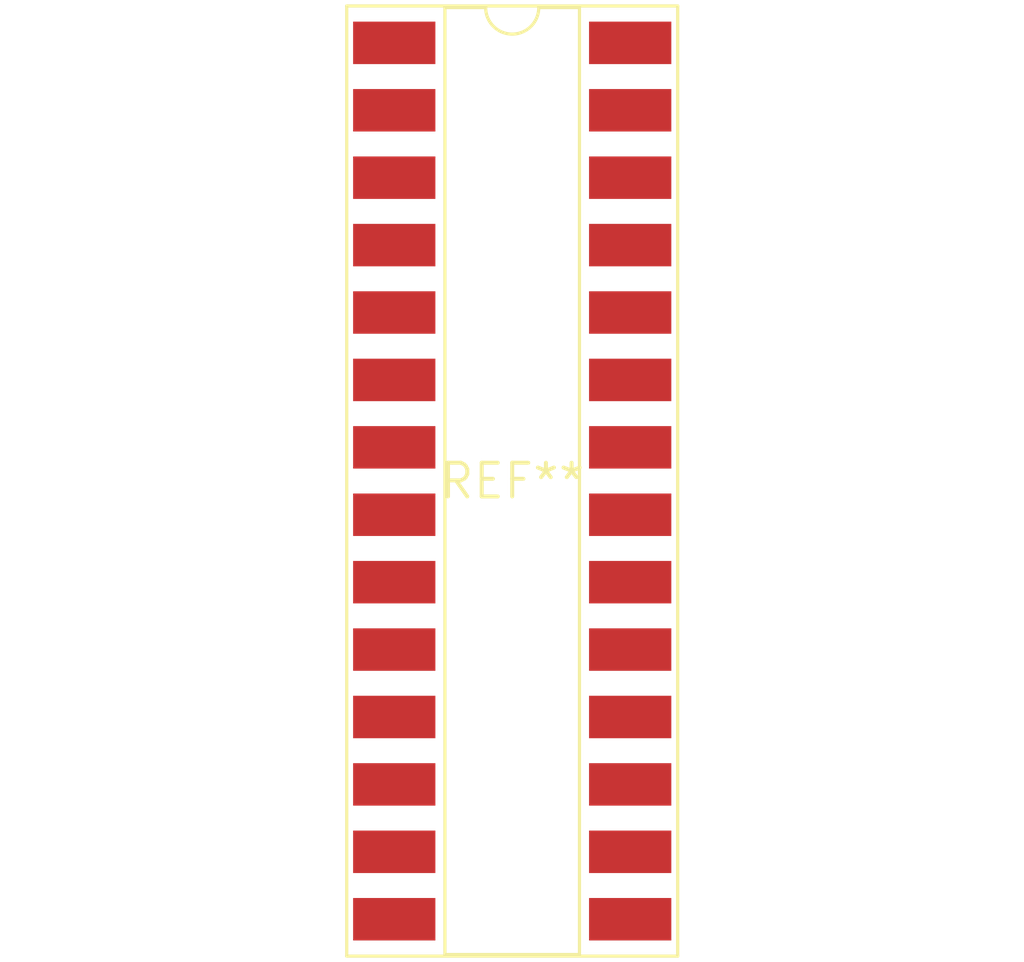
<source format=kicad_pcb>
(kicad_pcb (version 20240108) (generator pcbnew)
  (layers (0 "F.Cu" signal) (31 "B.Cu" signal) (34 "B.Paste" user) (35 "F.Paste" user) (36 "B.SilkS" user "B.Silkscreen") (37 "F.SilkS" user "F.Silkscreen") (38 "B.Mask" user) (39 "F.Mask" user) (44 "Edge.Cuts" user))
  (net 0 "")
  (footprint "DIP-28_W8.89mm_SMDSocket_LongPads" (layer "F.Cu") (at 0 0)
    (property "Reference" "REF**")
    (property "Value" "DIP-28_W8.89mm_SMDSocket_LongPads")
    (fp_line (start -6.235 -17.9) (end -6.235 17.9) (layer "F.SilkS") (stroke (width 0.12)))
    (fp_line (start -6.235 17.9) (end 6.235 17.9) (layer "F.SilkS") (stroke (width 0.12)))
    (fp_line (start -2.535 -17.84) (end -2.535 17.84) (layer "F.SilkS") (stroke (width 0.12)))
    (fp_line (start -2.535 17.84) (end 2.535 17.84) (layer "F.SilkS") (stroke (width 0.12)))
    (fp_line (start -1 -17.84) (end -2.535 -17.84) (layer "F.SilkS") (stroke (width 0.12)))
    (fp_line (start 2.535 -17.84) (end 1 -17.84) (layer "F.SilkS") (stroke (width 0.12)))
    (fp_line (start 2.535 17.84) (end 2.535 -17.84) (layer "F.SilkS") (stroke (width 0.12)))
    (fp_line (start 6.235 -17.9) (end -6.235 -17.9) (layer "F.SilkS") (stroke (width 0.12)))
    (fp_line (start 6.235 17.9) (end 6.235 -17.9) (layer "F.SilkS") (stroke (width 0.12)))
    (fp_arc (start 1 -17.84) (mid 0 -16.84) (end -1 -17.84) (layer "F.SilkS") (stroke (width 0.12)))
    (pad "1" smd rect (at -4.445 -16.51) (size 3.1 1.6) (layers "F.Cu" "F.Paste" "F.Mask"))
    (pad "2" smd rect (at -4.445 -13.97) (size 3.1 1.6) (layers "F.Cu" "F.Paste" "F.Mask"))
    (pad "3" smd rect (at -4.445 -11.43) (size 3.1 1.6) (layers "F.Cu" "F.Paste" "F.Mask"))
    (pad "4" smd rect (at -4.445 -8.89) (size 3.1 1.6) (layers "F.Cu" "F.Paste" "F.Mask"))
    (pad "5" smd rect (at -4.445 -6.35) (size 3.1 1.6) (layers "F.Cu" "F.Paste" "F.Mask"))
    (pad "6" smd rect (at -4.445 -3.81) (size 3.1 1.6) (layers "F.Cu" "F.Paste" "F.Mask"))
    (pad "7" smd rect (at -4.445 -1.27) (size 3.1 1.6) (layers "F.Cu" "F.Paste" "F.Mask"))
    (pad "8" smd rect (at -4.445 1.27) (size 3.1 1.6) (layers "F.Cu" "F.Paste" "F.Mask"))
    (pad "9" smd rect (at -4.445 3.81) (size 3.1 1.6) (layers "F.Cu" "F.Paste" "F.Mask"))
    (pad "10" smd rect (at -4.445 6.35) (size 3.1 1.6) (layers "F.Cu" "F.Paste" "F.Mask"))
    (pad "11" smd rect (at -4.445 8.89) (size 3.1 1.6) (layers "F.Cu" "F.Paste" "F.Mask"))
    (pad "12" smd rect (at -4.445 11.43) (size 3.1 1.6) (layers "F.Cu" "F.Paste" "F.Mask"))
    (pad "13" smd rect (at -4.445 13.97) (size 3.1 1.6) (layers "F.Cu" "F.Paste" "F.Mask"))
    (pad "14" smd rect (at -4.445 16.51) (size 3.1 1.6) (layers "F.Cu" "F.Paste" "F.Mask"))
    (pad "15" smd rect (at 4.445 16.51) (size 3.1 1.6) (layers "F.Cu" "F.Paste" "F.Mask"))
    (pad "16" smd rect (at 4.445 13.97) (size 3.1 1.6) (layers "F.Cu" "F.Paste" "F.Mask"))
    (pad "17" smd rect (at 4.445 11.43) (size 3.1 1.6) (layers "F.Cu" "F.Paste" "F.Mask"))
    (pad "18" smd rect (at 4.445 8.89) (size 3.1 1.6) (layers "F.Cu" "F.Paste" "F.Mask"))
    (pad "19" smd rect (at 4.445 6.35) (size 3.1 1.6) (layers "F.Cu" "F.Paste" "F.Mask"))
    (pad "20" smd rect (at 4.445 3.81) (size 3.1 1.6) (layers "F.Cu" "F.Paste" "F.Mask"))
    (pad "21" smd rect (at 4.445 1.27) (size 3.1 1.6) (layers "F.Cu" "F.Paste" "F.Mask"))
    (pad "22" smd rect (at 4.445 -1.27) (size 3.1 1.6) (layers "F.Cu" "F.Paste" "F.Mask"))
    (pad "23" smd rect (at 4.445 -3.81) (size 3.1 1.6) (layers "F.Cu" "F.Paste" "F.Mask"))
    (pad "24" smd rect (at 4.445 -6.35) (size 3.1 1.6) (layers "F.Cu" "F.Paste" "F.Mask"))
    (pad "25" smd rect (at 4.445 -8.89) (size 3.1 1.6) (layers "F.Cu" "F.Paste" "F.Mask"))
    (pad "26" smd rect (at 4.445 -11.43) (size 3.1 1.6) (layers "F.Cu" "F.Paste" "F.Mask"))
    (pad "27" smd rect (at 4.445 -13.97) (size 3.1 1.6) (layers "F.Cu" "F.Paste" "F.Mask"))
    (pad "28" smd rect (at 4.445 -16.51) (size 3.1 1.6) (layers "F.Cu" "F.Paste" "F.Mask"))
  )
)
</source>
